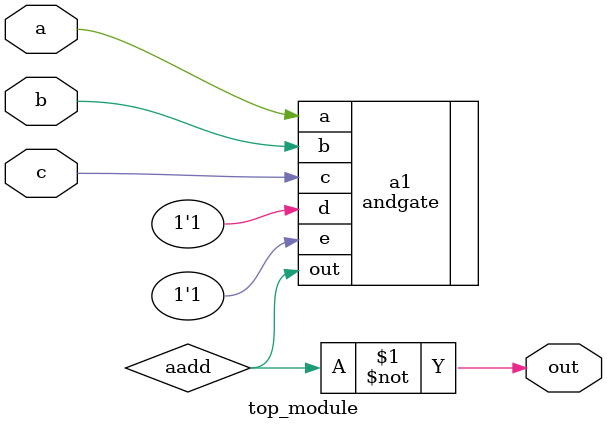
<source format=v>
module top_module (input a, input b, input c, output out);
    wire aadd;
    andgate a1(.out(aadd), .a(a), .b(b), .c(c),.d(1'b1),.e(1'b1));
    assign out=~aadd;
endmodule

</source>
